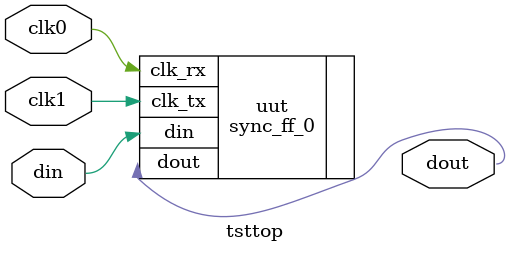
<source format=v>
`timescale 1ns / 1ps


module tsttop(

    input clk0,
    input clk1,
    input din,
    output dout

    );
    
    sync_ff_0 uut(
    .clk_rx(clk0),
    .clk_tx(clk1),
    .din(din),
    .dout(dout));
    
endmodule

</source>
